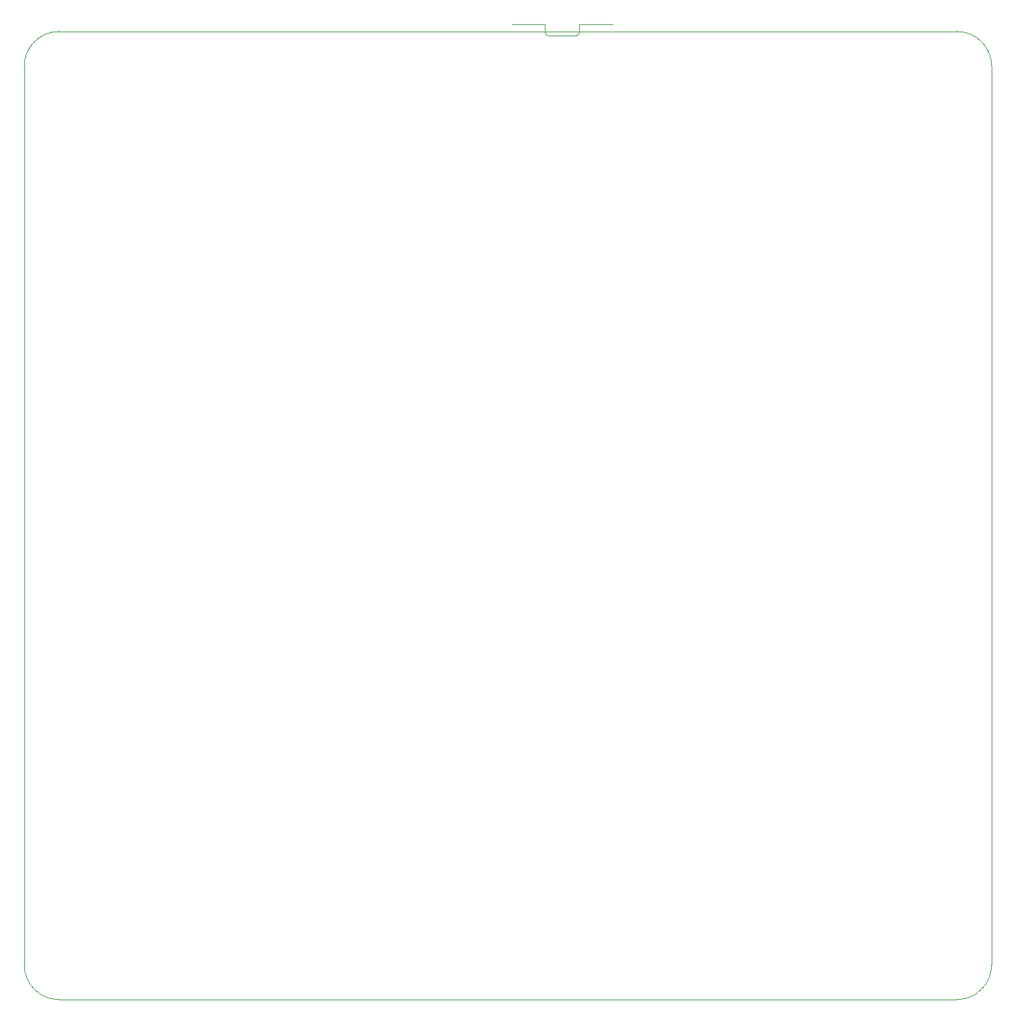
<source format=gm1>
%TF.GenerationSoftware,KiCad,Pcbnew,7.0.2*%
%TF.CreationDate,2024-05-21T23:22:59+08:00*%
%TF.ProjectId,MegaGRRLDesktop,4d656761-4752-4524-9c44-65736b746f70,rev?*%
%TF.SameCoordinates,Original*%
%TF.FileFunction,Profile,NP*%
%FSLAX46Y46*%
G04 Gerber Fmt 4.6, Leading zero omitted, Abs format (unit mm)*
G04 Created by KiCad (PCBNEW 7.0.2) date 2024-05-21 23:22:59*
%MOMM*%
%LPD*%
G01*
G04 APERTURE LIST*
%TA.AperFunction,Profile*%
%ADD10C,0.025400*%
%TD*%
%TA.AperFunction,Profile*%
%ADD11C,0.120000*%
%TD*%
G04 APERTURE END LIST*
D10*
X90716100Y-42773600D02*
G75*
G03*
X86271100Y-47218600I0J-4445000D01*
G01*
X86271100Y-47218600D02*
X86271100Y-162788600D01*
X90716100Y-167233600D02*
X206286100Y-167233600D01*
X86271100Y-162788600D02*
G75*
G03*
X90716100Y-167233600I4445000J0D01*
G01*
X206286100Y-42773600D02*
X90716100Y-42773600D01*
X210731100Y-47218600D02*
G75*
G03*
X206286100Y-42773600I-4445000J0D01*
G01*
X210731100Y-162788600D02*
X210731100Y-47218600D01*
X206286100Y-167233600D02*
G75*
G03*
X210731100Y-162788600I0J4445000D01*
G01*
D11*
%TO.C,J2*%
X157686100Y-42900000D02*
X157686100Y-41900000D01*
X157686100Y-41900000D02*
X161986100Y-41900000D01*
X153686100Y-43300000D02*
X157286100Y-43300000D01*
X153286100Y-42900000D02*
X153286100Y-41900000D01*
X153286100Y-41900000D02*
X148986100Y-41900000D01*
X157286100Y-43300000D02*
G75*
G03*
X157686100Y-42900000I-2J400002D01*
G01*
X153286100Y-42900000D02*
G75*
G03*
X153686100Y-43300000I400000J0D01*
G01*
%TD*%
M02*

</source>
